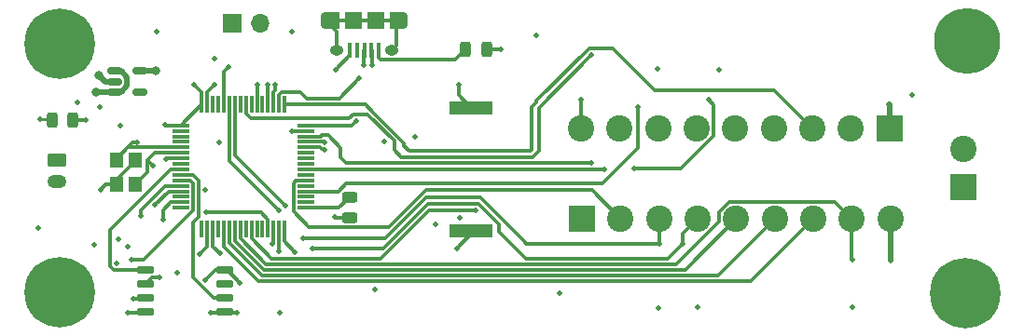
<source format=gbr>
%TF.GenerationSoftware,KiCad,Pcbnew,(6.0.1)*%
%TF.CreationDate,2022-04-25T15:24:58-05:00*%
%TF.ProjectId,Airbrake Controller,41697262-7261-46b6-9520-436f6e74726f,rev?*%
%TF.SameCoordinates,Original*%
%TF.FileFunction,Copper,L1,Top*%
%TF.FilePolarity,Positive*%
%FSLAX46Y46*%
G04 Gerber Fmt 4.6, Leading zero omitted, Abs format (unit mm)*
G04 Created by KiCad (PCBNEW (6.0.1)) date 2022-04-25 15:24:58*
%MOMM*%
%LPD*%
G01*
G04 APERTURE LIST*
G04 Aperture macros list*
%AMRoundRect*
0 Rectangle with rounded corners*
0 $1 Rounding radius*
0 $2 $3 $4 $5 $6 $7 $8 $9 X,Y pos of 4 corners*
0 Add a 4 corners polygon primitive as box body*
4,1,4,$2,$3,$4,$5,$6,$7,$8,$9,$2,$3,0*
0 Add four circle primitives for the rounded corners*
1,1,$1+$1,$2,$3*
1,1,$1+$1,$4,$5*
1,1,$1+$1,$6,$7*
1,1,$1+$1,$8,$9*
0 Add four rect primitives between the rounded corners*
20,1,$1+$1,$2,$3,$4,$5,0*
20,1,$1+$1,$4,$5,$6,$7,0*
20,1,$1+$1,$6,$7,$8,$9,0*
20,1,$1+$1,$8,$9,$2,$3,0*%
G04 Aperture macros list end*
%TA.AperFunction,ComponentPad*%
%ADD10R,2.400000X2.400000*%
%TD*%
%TA.AperFunction,ComponentPad*%
%ADD11C,2.400000*%
%TD*%
%TA.AperFunction,ComponentPad*%
%ADD12C,0.800000*%
%TD*%
%TA.AperFunction,ComponentPad*%
%ADD13C,6.400000*%
%TD*%
%TA.AperFunction,SMDPad,CuDef*%
%ADD14RoundRect,0.150000X0.650000X0.150000X-0.650000X0.150000X-0.650000X-0.150000X0.650000X-0.150000X0*%
%TD*%
%TA.AperFunction,ComponentPad*%
%ADD15R,1.700000X1.700000*%
%TD*%
%TA.AperFunction,ComponentPad*%
%ADD16O,1.700000X1.700000*%
%TD*%
%TA.AperFunction,SMDPad,CuDef*%
%ADD17RoundRect,0.243750X-0.243750X-0.456250X0.243750X-0.456250X0.243750X0.456250X-0.243750X0.456250X0*%
%TD*%
%TA.AperFunction,ComponentPad*%
%ADD18RoundRect,0.250000X-0.625000X0.350000X-0.625000X-0.350000X0.625000X-0.350000X0.625000X0.350000X0*%
%TD*%
%TA.AperFunction,ComponentPad*%
%ADD19O,1.750000X1.200000*%
%TD*%
%TA.AperFunction,SMDPad,CuDef*%
%ADD20RoundRect,0.243750X0.243750X0.456250X-0.243750X0.456250X-0.243750X-0.456250X0.243750X-0.456250X0*%
%TD*%
%TA.AperFunction,SMDPad,CuDef*%
%ADD21R,1.200000X1.400000*%
%TD*%
%TA.AperFunction,SMDPad,CuDef*%
%ADD22RoundRect,0.243750X0.456250X-0.243750X0.456250X0.243750X-0.456250X0.243750X-0.456250X-0.243750X0*%
%TD*%
%TA.AperFunction,ComponentPad*%
%ADD23C,6.000000*%
%TD*%
%TA.AperFunction,SMDPad,CuDef*%
%ADD24R,4.000000X1.200000*%
%TD*%
%TA.AperFunction,SMDPad,CuDef*%
%ADD25RoundRect,0.150000X-0.512500X-0.150000X0.512500X-0.150000X0.512500X0.150000X-0.512500X0.150000X0*%
%TD*%
%TA.AperFunction,SMDPad,CuDef*%
%ADD26RoundRect,0.075000X-0.700000X-0.075000X0.700000X-0.075000X0.700000X0.075000X-0.700000X0.075000X0*%
%TD*%
%TA.AperFunction,SMDPad,CuDef*%
%ADD27RoundRect,0.075000X-0.075000X-0.700000X0.075000X-0.700000X0.075000X0.700000X-0.075000X0.700000X0*%
%TD*%
%TA.AperFunction,SMDPad,CuDef*%
%ADD28R,0.400000X1.350000*%
%TD*%
%TA.AperFunction,SMDPad,CuDef*%
%ADD29R,1.500000X1.550000*%
%TD*%
%TA.AperFunction,ComponentPad*%
%ADD30O,0.890000X1.550000*%
%TD*%
%TA.AperFunction,SMDPad,CuDef*%
%ADD31R,1.200000X1.550000*%
%TD*%
%TA.AperFunction,ComponentPad*%
%ADD32O,1.250000X0.950000*%
%TD*%
%TA.AperFunction,ViaPad*%
%ADD33C,0.500000*%
%TD*%
%TA.AperFunction,ViaPad*%
%ADD34C,0.800000*%
%TD*%
%TA.AperFunction,Conductor*%
%ADD35C,0.500000*%
%TD*%
%TA.AperFunction,Conductor*%
%ADD36C,0.300000*%
%TD*%
%TA.AperFunction,Conductor*%
%ADD37C,0.250000*%
%TD*%
G04 APERTURE END LIST*
D10*
%TO.P,J5,1,Pin_1*%
%TO.N,GND*%
X193013074Y-103511751D03*
D11*
%TO.P,J5,2,Pin_2*%
%TO.N,+5V*%
X193013074Y-100011751D03*
%TD*%
D12*
%TO.P,H2,1*%
%TO.N,N/C*%
X108552362Y-113093895D03*
X113352362Y-113093895D03*
X112649418Y-111396839D03*
X110952362Y-110693895D03*
X110952362Y-115493895D03*
X109255306Y-111396839D03*
X112649418Y-114790951D03*
D13*
X110952362Y-113093895D03*
D12*
X109255306Y-114790951D03*
%TD*%
D14*
%TO.P,U2,1,~{CS}*%
%TO.N,Flash_CS*%
X125895922Y-114869838D03*
%TO.P,U2,2,DO(IO1)*%
%TO.N,Flash_MISO*%
X125895922Y-113599838D03*
%TO.P,U2,3,IO2*%
%TO.N,unconnected-(U2-Pad3)*%
X125895922Y-112329838D03*
%TO.P,U2,4,GND*%
%TO.N,GND*%
X125895922Y-111059838D03*
%TO.P,U2,5,DI(IO0)*%
%TO.N,Flash_MOSI*%
X118695922Y-111059838D03*
%TO.P,U2,6,CLK*%
%TO.N,Flash_SCK*%
X118695922Y-112329838D03*
%TO.P,U2,7,IO3*%
%TO.N,Net-(R6-Pad2)*%
X118695922Y-113599838D03*
%TO.P,U2,8,VCC*%
%TO.N,+3V3*%
X118695922Y-114869838D03*
%TD*%
D15*
%TO.P,J1,1,Pin_1*%
%TO.N,+3V3*%
X126618406Y-88577368D03*
D16*
%TO.P,J1,2,Pin_2*%
%TO.N,/Boot0_pulldown*%
X129158406Y-88577368D03*
%TD*%
D17*
%TO.P,D1,1,K*%
%TO.N,/LED_Reg_C*%
X110244223Y-97404776D03*
%TO.P,D1,2,A*%
%TO.N,+3V3*%
X112119223Y-97404776D03*
%TD*%
D18*
%TO.P,J2,1,Pin_1*%
%TO.N,GND*%
X110695863Y-101013057D03*
D19*
%TO.P,J2,2,Pin_2*%
%TO.N,V_Batt*%
X110695863Y-103013057D03*
%TD*%
D20*
%TO.P,D3,1,K*%
%TO.N,Net-(D3-Pad1)*%
X149686104Y-90940910D03*
%TO.P,D3,2,A*%
%TO.N,Net-(D3-Pad2)*%
X147811104Y-90940910D03*
%TD*%
D12*
%TO.P,H1,1*%
%TO.N,N/C*%
X110941341Y-88043383D03*
D13*
X110941341Y-90443383D03*
D12*
X113341341Y-90443383D03*
X110941341Y-92843383D03*
X109244285Y-88746327D03*
X112638397Y-88746327D03*
X108541341Y-90443383D03*
X112638397Y-92140439D03*
X109244285Y-92140439D03*
%TD*%
D21*
%TO.P,Y1,1,1*%
%TO.N,/OSC_IN*%
X116078198Y-101040139D03*
%TO.P,Y1,2,2*%
%TO.N,GND*%
X116078198Y-103240139D03*
%TO.P,Y1,3,3*%
%TO.N,/OSC_OUT*%
X117778198Y-103240139D03*
%TO.P,Y1,4,4*%
%TO.N,GND*%
X117778198Y-101040139D03*
%TD*%
D22*
%TO.P,D2,1,K*%
%TO.N,/Status_LEDC*%
X137239183Y-106311435D03*
%TO.P,D2,2,A*%
%TO.N,/Status_LED*%
X137239183Y-104436435D03*
%TD*%
D12*
%TO.P,H3,1*%
%TO.N,N/C*%
X194924017Y-88639387D03*
X193333027Y-92480377D03*
X195583027Y-90230377D03*
D23*
X193333027Y-90230377D03*
D12*
X191742037Y-88639387D03*
X191742037Y-91821367D03*
X193333027Y-87980377D03*
X191083027Y-90230377D03*
X194924017Y-91821367D03*
%TD*%
D24*
%TO.P,BZ1,1,-*%
%TO.N,+3V3*%
X148320374Y-107464544D03*
%TO.P,BZ1,2,+*%
%TO.N,/Buzz_NPN*%
X148320374Y-96264544D03*
%TD*%
D12*
%TO.P,H4,1*%
%TO.N,N/C*%
X190721534Y-113115426D03*
X191424478Y-114812482D03*
X194818590Y-111418370D03*
X195521534Y-113115426D03*
X191424478Y-111418370D03*
X194818590Y-114812482D03*
X193121534Y-110715426D03*
X193121534Y-115515426D03*
D13*
X193121534Y-113115426D03*
%TD*%
D25*
%TO.P,U1,1,IN*%
%TO.N,V_Reg*%
X115970080Y-92955010D03*
%TO.P,U1,2,GND*%
%TO.N,GND*%
X115970080Y-93905010D03*
%TO.P,U1,3,EN*%
%TO.N,V_Reg*%
X115970080Y-94855010D03*
%TO.P,U1,4,BP*%
%TO.N,unconnected-(U1-Pad4)*%
X118245080Y-94855010D03*
%TO.P,U1,5,OUT*%
%TO.N,+3V3*%
X118245080Y-92955010D03*
%TD*%
D26*
%TO.P,U3,1,VBAT*%
%TO.N,+3V3*%
X121928812Y-97884272D03*
%TO.P,U3,2,PC13*%
%TO.N,unconnected-(U3-Pad2)*%
X121928812Y-98384272D03*
%TO.P,U3,3,PC14*%
%TO.N,unconnected-(U3-Pad3)*%
X121928812Y-98884272D03*
%TO.P,U3,4,PC15*%
%TO.N,unconnected-(U3-Pad4)*%
X121928812Y-99384272D03*
%TO.P,U3,5,PH0*%
%TO.N,/OSC_IN*%
X121928812Y-99884272D03*
%TO.P,U3,6,PH1*%
%TO.N,/OSC_OUT*%
X121928812Y-100384272D03*
%TO.P,U3,7,NRST*%
%TO.N,/NRST*%
X121928812Y-100884272D03*
%TO.P,U3,8,PC0*%
%TO.N,unconnected-(U3-Pad8)*%
X121928812Y-101384272D03*
%TO.P,U3,9,PC1*%
%TO.N,Flash_MOSI*%
X121928812Y-101884272D03*
%TO.P,U3,10,PC2*%
%TO.N,Flash_MISO*%
X121928812Y-102384272D03*
%TO.P,U3,11,PC3*%
%TO.N,Flash_CS*%
X121928812Y-102884272D03*
%TO.P,U3,12,VSSA*%
%TO.N,GND*%
X121928812Y-103384272D03*
%TO.P,U3,13,VDDA*%
%TO.N,3V3A*%
X121928812Y-103884272D03*
%TO.P,U3,14,PA0*%
%TO.N,unconnected-(U3-Pad14)*%
X121928812Y-104384272D03*
%TO.P,U3,15,PA1*%
%TO.N,ADC_Battery*%
X121928812Y-104884272D03*
%TO.P,U3,16,PA2*%
%TO.N,unconnected-(U3-Pad16)*%
X121928812Y-105384272D03*
D27*
%TO.P,U3,17,PA3*%
%TO.N,unconnected-(U3-Pad17)*%
X123853812Y-107309272D03*
%TO.P,U3,18,VSS*%
%TO.N,GND*%
X124353812Y-107309272D03*
%TO.P,U3,19,VDD*%
%TO.N,+3V3*%
X124853812Y-107309272D03*
%TO.P,U3,20,PA4*%
%TO.N,unconnected-(U3-Pad20)*%
X125353812Y-107309272D03*
%TO.P,U3,21,PA5*%
%TO.N,Altus_SCK*%
X125853812Y-107309272D03*
%TO.P,U3,22,PA6*%
%TO.N,Altus_MISO*%
X126353812Y-107309272D03*
%TO.P,U3,23,PA7*%
%TO.N,Altus_MOSI*%
X126853812Y-107309272D03*
%TO.P,U3,24,PC4*%
%TO.N,Altus_CS*%
X127353812Y-107309272D03*
%TO.P,U3,25,PC5*%
%TO.N,unconnected-(U3-Pad25)*%
X127853812Y-107309272D03*
%TO.P,U3,26,PB0*%
%TO.N,SD_MOSI*%
X128353812Y-107309272D03*
%TO.P,U3,27,PB1*%
%TO.N,unconnected-(U3-Pad27)*%
X128853812Y-107309272D03*
%TO.P,U3,28,PB2*%
%TO.N,unconnected-(U3-Pad28)*%
X129353812Y-107309272D03*
%TO.P,U3,29,PB10*%
%TO.N,Flash_SCK*%
X129853812Y-107309272D03*
%TO.P,U3,30,VCAP_1*%
%TO.N,/VCAP*%
X130353812Y-107309272D03*
%TO.P,U3,31,VSS*%
%TO.N,GND*%
X130853812Y-107309272D03*
%TO.P,U3,32,VDD*%
%TO.N,+3V3*%
X131353812Y-107309272D03*
D26*
%TO.P,U3,33,PB12*%
%TO.N,/Status_LED*%
X133278812Y-105384272D03*
%TO.P,U3,34,PB13*%
%TO.N,unconnected-(U3-Pad34)*%
X133278812Y-104884272D03*
%TO.P,U3,35,PB14*%
%TO.N,unconnected-(U3-Pad35)*%
X133278812Y-104384272D03*
%TO.P,U3,36,PB15*%
%TO.N,Step_DIR*%
X133278812Y-103884272D03*
%TO.P,U3,37,PC6*%
%TO.N,unconnected-(U3-Pad37)*%
X133278812Y-103384272D03*
%TO.P,U3,38,PC7*%
%TO.N,Extra_Out*%
X133278812Y-102884272D03*
%TO.P,U3,39,PC8*%
%TO.N,unconnected-(U3-Pad39)*%
X133278812Y-102384272D03*
%TO.P,U3,40,PC9*%
%TO.N,Step_EN*%
X133278812Y-101884272D03*
%TO.P,U3,41,PA8*%
%TO.N,unconnected-(U3-Pad41)*%
X133278812Y-101384272D03*
%TO.P,U3,42,PA9*%
%TO.N,unconnected-(U3-Pad42)*%
X133278812Y-100884272D03*
%TO.P,U3,43,PA10*%
%TO.N,unconnected-(U3-Pad43)*%
X133278812Y-100384272D03*
%TO.P,U3,44,PA11*%
%TO.N,USB_D-*%
X133278812Y-99884272D03*
%TO.P,U3,45,PA12*%
%TO.N,USB_D+*%
X133278812Y-99384272D03*
%TO.P,U3,46,PA13*%
%TO.N,SWD_IO*%
X133278812Y-98884272D03*
%TO.P,U3,47,VSS*%
%TO.N,GND*%
X133278812Y-98384272D03*
%TO.P,U3,48,VDD*%
%TO.N,+3V3*%
X133278812Y-97884272D03*
D27*
%TO.P,U3,49,PA14*%
%TO.N,SWD_SCK*%
X131353812Y-95959272D03*
%TO.P,U3,50,PA15*%
%TO.N,Buzz_PWM*%
X130853812Y-95959272D03*
%TO.P,U3,51,PC10*%
%TO.N,SD_SCK*%
X130353812Y-95959272D03*
%TO.P,U3,52,PC11*%
%TO.N,SD_MISO*%
X129853812Y-95959272D03*
%TO.P,U3,53,PC12*%
%TO.N,unconnected-(U3-Pad53)*%
X129353812Y-95959272D03*
%TO.P,U3,54,PD2*%
%TO.N,SD_CS*%
X128853812Y-95959272D03*
%TO.P,U3,55,PB3*%
%TO.N,unconnected-(U3-Pad55)*%
X128353812Y-95959272D03*
%TO.P,U3,56,PB4*%
%TO.N,Step_PWM*%
X127853812Y-95959272D03*
%TO.P,U3,57,PB5*%
%TO.N,unconnected-(U3-Pad57)*%
X127353812Y-95959272D03*
%TO.P,U3,58,PB6*%
%TO.N,Extra_SCL*%
X126853812Y-95959272D03*
%TO.P,U3,59,PB7*%
%TO.N,Extra_SDA*%
X126353812Y-95959272D03*
%TO.P,U3,60,BOOT0*%
%TO.N,/Boot0*%
X125853812Y-95959272D03*
%TO.P,U3,61,PB8*%
%TO.N,unconnected-(U3-Pad61)*%
X125353812Y-95959272D03*
%TO.P,U3,62,PB9*%
%TO.N,unconnected-(U3-Pad62)*%
X124853812Y-95959272D03*
%TO.P,U3,63,VSS*%
%TO.N,GND*%
X124353812Y-95959272D03*
%TO.P,U3,64,VDD*%
%TO.N,+3V3*%
X123853812Y-95959272D03*
%TD*%
D28*
%TO.P,J3,1,VBUS*%
%TO.N,Net-(D3-Pad2)*%
X139912258Y-91059857D03*
%TO.P,J3,2,D-*%
%TO.N,USB_D-*%
X139262258Y-91059857D03*
%TO.P,J3,3,D+*%
%TO.N,USB_D+*%
X138612258Y-91059857D03*
%TO.P,J3,4,ID*%
%TO.N,unconnected-(J3-Pad4)*%
X137962258Y-91059857D03*
%TO.P,J3,5,GND*%
%TO.N,GND*%
X137312258Y-91059857D03*
D29*
%TO.P,J3,6,Shield*%
%TO.N,unconnected-(J3-Pad6)*%
X139612258Y-88359857D03*
D30*
X142112258Y-88359857D03*
D31*
X135712258Y-88359857D03*
X141512258Y-88359857D03*
D32*
X136112258Y-91059857D03*
X141112258Y-91059857D03*
D29*
X137612258Y-88359857D03*
D30*
X135112258Y-88359857D03*
%TD*%
D10*
%TO.P,J7,1,Pin_1*%
%TO.N,GND*%
X158361601Y-106389591D03*
D11*
%TO.P,J7,2,Pin_2*%
%TO.N,Extra_Out*%
X161861601Y-106389591D03*
%TO.P,J7,3,Pin_3*%
%TO.N,Extra_SDA*%
X165361601Y-106389591D03*
%TO.P,J7,4,Pin_4*%
%TO.N,Extra_SCL*%
X168861601Y-106389591D03*
%TO.P,J7,5,Pin_5*%
%TO.N,Altus_MOSI*%
X172361601Y-106389591D03*
%TO.P,J7,6,Pin_6*%
%TO.N,Altus_MISO*%
X175861601Y-106389591D03*
%TO.P,J7,7,Pin_7*%
%TO.N,Altus_SCK*%
X179361601Y-106389591D03*
%TO.P,J7,8,Pin_8*%
%TO.N,Altus_CS*%
X182861601Y-106389591D03*
%TO.P,J7,9,Pin_9*%
%TO.N,+3V3*%
X186361601Y-106389591D03*
%TD*%
D10*
%TO.P,J6,1,Pin_1*%
%TO.N,+3V3*%
X186268636Y-98185760D03*
D11*
%TO.P,J6,2,Pin_2*%
%TO.N,SWD_IO*%
X182768636Y-98185760D03*
%TO.P,J6,3,Pin_3*%
%TO.N,SWD_SCK*%
X179268636Y-98185760D03*
%TO.P,J6,4,Pin_4*%
%TO.N,V_Reg*%
X175768636Y-98185760D03*
%TO.P,J6,5,Pin_5*%
%TO.N,V_Batt*%
X172268636Y-98185760D03*
%TO.P,J6,6,Pin_6*%
%TO.N,Step_EnConn*%
X168768636Y-98185760D03*
%TO.P,J6,7,Pin_7*%
%TO.N,Step_DirConn*%
X165268636Y-98185760D03*
%TO.P,J6,8,Pin_8*%
%TO.N,Step_PWMConn*%
X161768636Y-98185760D03*
%TO.P,J6,9,Pin_9*%
%TO.N,GND*%
X158268636Y-98185760D03*
%TD*%
D33*
%TO.N,+3V3*%
X165307949Y-114462079D03*
X168872947Y-114377198D03*
X132312892Y-109390327D03*
X186355941Y-110215237D03*
X147235532Y-106302131D03*
X117104492Y-114909528D03*
X182924856Y-114446396D03*
X125491434Y-109529481D03*
X130904817Y-114889230D03*
X137828517Y-97498486D03*
X186231217Y-95919453D03*
X120488250Y-97843799D03*
X116115833Y-110440947D03*
D34*
X119627885Y-92944194D03*
D33*
X113291646Y-97406674D03*
X147007781Y-109055856D03*
X123156799Y-94177981D03*
X114055444Y-108749584D03*
%TO.N,/Buzz_NPN*%
X147179259Y-94177981D03*
%TO.N,GND*%
X114659178Y-103712557D03*
X135989899Y-92811316D03*
X188298311Y-95115817D03*
X158245985Y-95576981D03*
X165193430Y-92782836D03*
X154199647Y-89691948D03*
X130840847Y-109308546D03*
X118285822Y-106120073D03*
X125426609Y-99469377D03*
X132060514Y-89393618D03*
X121608119Y-111285680D03*
X170778517Y-92799863D03*
X132023848Y-98397552D03*
X125022533Y-91779760D03*
X109012454Y-107255804D03*
X156309079Y-113186655D03*
X112534907Y-95755608D03*
X125022965Y-94177981D03*
X140448347Y-99343374D03*
X119740615Y-89385853D03*
X123674899Y-109566178D03*
X114615689Y-96228622D03*
X117141916Y-108949442D03*
X145029475Y-106843140D03*
X127324689Y-112217370D03*
X139545764Y-112776634D03*
X116471763Y-97873551D03*
X143235854Y-98893075D03*
X116281365Y-108226213D03*
X124190046Y-111994652D03*
D34*
X114494129Y-93301325D03*
D33*
X124169314Y-103712557D03*
D34*
%TO.N,V_Reg*%
X114226300Y-94877481D03*
D33*
%TO.N,/NRST*%
X120591503Y-100986192D03*
%TO.N,/OSC_IN*%
X117958881Y-99435463D03*
%TO.N,/OSC_OUT*%
X119446816Y-101535101D03*
%TO.N,/VCAP*%
X130254312Y-108681072D03*
%TO.N,3V3A*%
X119622068Y-105144737D03*
%TO.N,/LED_Reg_C*%
X109166281Y-97352213D03*
%TO.N,/Status_LEDC*%
X135922972Y-106204839D03*
%TO.N,Net-(D3-Pad1)*%
X150969272Y-90936241D03*
%TO.N,USB_D-*%
X139279527Y-92432454D03*
X134952070Y-100090042D03*
%TO.N,USB_D+*%
X138580522Y-92406076D03*
X134952070Y-99390539D03*
%TO.N,SWD_IO*%
X159224709Y-101284772D03*
%TO.N,Extra_SDA*%
X165350389Y-108656225D03*
X133071492Y-108167828D03*
X130849421Y-105588182D03*
%TO.N,Extra_SCL*%
X133910407Y-109083214D03*
X167497876Y-108664713D03*
X131474576Y-105218363D03*
%TO.N,Altus_CS*%
X182932969Y-110119083D03*
%TO.N,Step_EN*%
X169859021Y-95576981D03*
X163134226Y-101800799D03*
X160412620Y-101872420D03*
%TO.N,Step_DIR*%
X163457612Y-96211860D03*
%TO.N,Step_PWM*%
X159242546Y-91471582D03*
%TO.N,Flash_CS*%
X124646312Y-114885343D03*
X127020858Y-114889230D03*
X117429822Y-110108349D03*
%TO.N,Buzz_PWM*%
X138126613Y-93624766D03*
%TO.N,ADC_Battery*%
X120329045Y-106471116D03*
%TO.N,Net-(R6-Pad2)*%
X117629800Y-113616355D03*
%TO.N,/Boot0*%
X126298586Y-92569380D03*
%TO.N,Flash_SCK*%
X120043456Y-111711423D03*
X124239450Y-105813996D03*
%TO.N,SD_MOSI*%
X148676247Y-105615992D03*
%TO.N,SD_SCK*%
X130529620Y-94177981D03*
%TO.N,SD_MISO*%
X129824237Y-94177981D03*
%TO.N,SD_CS*%
X128888982Y-94177981D03*
%TD*%
D35*
%TO.N,+3V3*%
X186268636Y-98185760D02*
X186268636Y-95956872D01*
X186268636Y-95956872D02*
X186231217Y-95919453D01*
D36*
X148320374Y-107743263D02*
X147007781Y-109055856D01*
D35*
X119617069Y-92955010D02*
X119627885Y-92944194D01*
D36*
X118656232Y-114909528D02*
X118695922Y-114869838D01*
X121928812Y-97884272D02*
X123853812Y-95959272D01*
X112119223Y-97404776D02*
X113289748Y-97404776D01*
X124853812Y-107309272D02*
X124853812Y-108891859D01*
X131353812Y-107309272D02*
X131353812Y-108431247D01*
X117104492Y-114909528D02*
X118656232Y-114909528D01*
D35*
X186361601Y-106389591D02*
X186361601Y-110209577D01*
D36*
X148320374Y-107464544D02*
X148320374Y-107743263D01*
X137442731Y-97884272D02*
X137828517Y-97498486D01*
X120528723Y-97884272D02*
X120488250Y-97843799D01*
X133278812Y-97884272D02*
X137442731Y-97884272D01*
X123853812Y-95959272D02*
X123853812Y-94874994D01*
D35*
X118245080Y-92955010D02*
X119617069Y-92955010D01*
D36*
X123853812Y-94874994D02*
X123156799Y-94177981D01*
X131353812Y-108431247D02*
X132312892Y-109390327D01*
X121928812Y-97884272D02*
X120528723Y-97884272D01*
X124853812Y-108891859D02*
X125491434Y-109529481D01*
X113289748Y-97404776D02*
X113291646Y-97406674D01*
X186361601Y-110209577D02*
X186355941Y-110215237D01*
%TO.N,/Buzz_NPN*%
X147179259Y-94177981D02*
X147179259Y-95123429D01*
X147179259Y-95123429D02*
X148320374Y-96264544D01*
%TO.N,GND*%
X130840847Y-109308546D02*
X130853812Y-109295581D01*
X137312258Y-91059857D02*
X137312258Y-91488957D01*
X126167157Y-111059838D02*
X125895922Y-111059838D01*
X125124860Y-111059838D02*
X124190046Y-111994652D01*
X124353812Y-108887265D02*
X124353812Y-107309272D01*
X127324689Y-112217370D02*
X126167157Y-111059838D01*
X117778198Y-101140139D02*
X116078198Y-102840139D01*
X130853812Y-109295581D02*
X130853812Y-107309272D01*
X133278812Y-98384272D02*
X132037128Y-98384272D01*
X116078198Y-103240139D02*
X115131596Y-103240139D01*
X137312258Y-91488957D02*
X135989899Y-92811316D01*
X120534695Y-103384272D02*
X118285822Y-105633145D01*
X158245985Y-98163109D02*
X158268636Y-98185760D01*
D35*
X115097814Y-93905010D02*
X114494129Y-93301325D01*
D36*
X121928812Y-103384272D02*
X120534695Y-103384272D01*
X158245985Y-95576981D02*
X158245985Y-98163109D01*
X124353812Y-94847134D02*
X125022965Y-94177981D01*
X116078198Y-102840139D02*
X116078198Y-103240139D01*
X123674899Y-109566178D02*
X124353812Y-108887265D01*
X132037128Y-98384272D02*
X132023848Y-98397552D01*
X115131596Y-103240139D02*
X114659178Y-103712557D01*
X117778198Y-101040139D02*
X117778198Y-101140139D01*
X124353812Y-95959272D02*
X124353812Y-94847134D01*
X125895922Y-111059838D02*
X125124860Y-111059838D01*
X118285822Y-105633145D02*
X118285822Y-106120073D01*
D35*
X115970080Y-93905010D02*
X115097814Y-93905010D01*
%TO.N,V_Reg*%
X115970080Y-94855010D02*
X116530429Y-94855010D01*
X117082100Y-93505563D02*
X116531547Y-92955010D01*
X115947609Y-94877481D02*
X115970080Y-94855010D01*
X116530429Y-94855010D02*
X117082100Y-94303339D01*
X114226300Y-94877481D02*
X115947609Y-94877481D01*
X116531547Y-92955010D02*
X115970080Y-92955010D01*
X117082100Y-94303339D02*
X117082100Y-93505563D01*
D36*
%TO.N,/NRST*%
X120591503Y-100986192D02*
X120693423Y-100884272D01*
X120693423Y-100884272D02*
X121928812Y-100884272D01*
%TO.N,/OSC_IN*%
X117958881Y-99435463D02*
X117582874Y-99435463D01*
X116078198Y-101040139D02*
X116078198Y-100940139D01*
X116078198Y-100940139D02*
X117134065Y-99884272D01*
X117582874Y-99435463D02*
X117134065Y-99884272D01*
X117134065Y-99884272D02*
X121928812Y-99884272D01*
%TO.N,/OSC_OUT*%
X119576738Y-100384272D02*
X121928812Y-100384272D01*
X118938842Y-102139355D02*
X118938842Y-101022168D01*
X117838058Y-103240139D02*
X118938842Y-102139355D01*
X118938842Y-101027127D02*
X118938842Y-101022168D01*
X117778198Y-103240139D02*
X117838058Y-103240139D01*
X119446816Y-101535101D02*
X118938842Y-101027127D01*
X118938842Y-101022168D02*
X119576738Y-100384272D01*
%TO.N,/VCAP*%
X130254312Y-108681072D02*
X130353812Y-108581572D01*
X130353812Y-108581572D02*
X130353812Y-107309272D01*
%TO.N,3V3A*%
X120882533Y-103884272D02*
X119622068Y-105144737D01*
X121928812Y-103884272D02*
X120882533Y-103884272D01*
D37*
%TO.N,/LED_Reg_C*%
X109166281Y-97352213D02*
X110191660Y-97352213D01*
D35*
X110191660Y-97352213D02*
X110244223Y-97404776D01*
D36*
%TO.N,/Status_LEDC*%
X136029568Y-106311435D02*
X135922972Y-106204839D01*
X137239183Y-106311435D02*
X136029568Y-106311435D01*
%TO.N,/Status_LED*%
X136291346Y-105384272D02*
X133278812Y-105384272D01*
X137239183Y-104436435D02*
X136291346Y-105384272D01*
%TO.N,Net-(D3-Pad1)*%
X150969272Y-90936241D02*
X149690773Y-90936241D01*
X149690773Y-90936241D02*
X149686104Y-90940910D01*
%TO.N,Net-(D3-Pad2)*%
X140072697Y-91884377D02*
X139912258Y-91723938D01*
X139912258Y-91723938D02*
X139912258Y-91059857D01*
X146867637Y-91884377D02*
X140072697Y-91884377D01*
X147811104Y-90940910D02*
X146867637Y-91884377D01*
%TO.N,USB_D-*%
X134597965Y-99884272D02*
X134703743Y-99990050D01*
X133278812Y-99884272D02*
X134597965Y-99884272D01*
X134852078Y-99990050D02*
X134952070Y-100090042D01*
X134703743Y-99990050D02*
X134852078Y-99990050D01*
X139279527Y-91077126D02*
X139262258Y-91059857D01*
X139279527Y-92432454D02*
X139279527Y-91077126D01*
%TO.N,USB_D+*%
X133278812Y-99384272D02*
X134945803Y-99384272D01*
X138580522Y-92406076D02*
X138580522Y-91091593D01*
X138580522Y-91091593D02*
X138612258Y-91059857D01*
X134945803Y-99384272D02*
X134952070Y-99390539D01*
%TO.N,unconnected-(J3-Pad6)*%
X136112258Y-89359857D02*
X135112258Y-88359857D01*
X135112258Y-88359857D02*
X141512258Y-88359857D01*
X141512258Y-88359857D02*
X141512258Y-90659857D01*
X136112258Y-91059857D02*
X136112258Y-89359857D01*
X141512258Y-90659857D02*
X141112258Y-91059857D01*
%TO.N,SWD_IO*%
X134610499Y-98884272D02*
X134703743Y-98791028D01*
X133278812Y-98884272D02*
X134610499Y-98884272D01*
X136461184Y-99904236D02*
X136461184Y-100794052D01*
X134703743Y-98791028D02*
X135347976Y-98791028D01*
X136951904Y-101284772D02*
X159224709Y-101284772D01*
X136461184Y-100794052D02*
X136951904Y-101284772D01*
X135347976Y-98791028D02*
X136461184Y-99904236D01*
%TO.N,SWD_SCK*%
X153782689Y-96225011D02*
X154219029Y-95788672D01*
X142200062Y-99737700D02*
X142692415Y-100230053D01*
X138683290Y-95959272D02*
X139416085Y-96692068D01*
X164966935Y-94724598D02*
X175807474Y-94724598D01*
X153683006Y-100230053D02*
X153782689Y-100130370D01*
X142692415Y-100230053D02*
X153683006Y-100230053D01*
X161114408Y-90872071D02*
X164966935Y-94724598D01*
X175807474Y-94724598D02*
X179268636Y-98185760D01*
X154219029Y-95788672D02*
X154219029Y-95647261D01*
X142200062Y-99476045D02*
X142200062Y-99737700D01*
X153782689Y-100130370D02*
X153782689Y-96225011D01*
X139416085Y-96692068D02*
X142200062Y-99476045D01*
X131353812Y-95959272D02*
X138683290Y-95959272D01*
X154219029Y-95647261D02*
X158994219Y-90872071D01*
X158994219Y-90872071D02*
X161114408Y-90872071D01*
%TO.N,Extra_Out*%
X132154292Y-103133431D02*
X132154292Y-105725780D01*
X133278812Y-102884272D02*
X132403451Y-102884272D01*
X140831932Y-107148455D02*
X144203537Y-103776850D01*
X132403451Y-102884272D02*
X132154292Y-103133431D01*
X132154292Y-105725780D02*
X133576967Y-107148455D01*
X159248860Y-103776850D02*
X161861601Y-106389591D01*
X144203537Y-103776850D02*
X159248860Y-103776850D01*
X133576967Y-107148455D02*
X140831932Y-107148455D01*
%TO.N,Extra_SDA*%
X133071492Y-108167828D02*
X140518987Y-108167828D01*
X149102547Y-104438835D02*
X151239586Y-106575873D01*
X165350389Y-106400803D02*
X165361601Y-106389591D01*
X144247980Y-104438835D02*
X146914739Y-104438835D01*
X146914739Y-104438835D02*
X149102547Y-104438835D01*
X165350389Y-108656225D02*
X153319938Y-108656225D01*
X140518987Y-108167828D02*
X144247980Y-104438835D01*
X126353812Y-101092573D02*
X130849421Y-105588182D01*
X165350389Y-108656225D02*
X165350389Y-106400803D01*
X151239586Y-106575873D02*
X153078541Y-108414828D01*
X126353812Y-95959272D02*
X126353812Y-101092573D01*
X153319938Y-108656225D02*
X153078541Y-108414828D01*
%TO.N,Extra_SCL*%
X140310029Y-109083214D02*
X144376762Y-105016481D01*
X150848060Y-107580384D02*
X153267062Y-109999386D01*
X126853812Y-100597599D02*
X131474576Y-105218363D01*
X126853812Y-95959272D02*
X126853812Y-100597599D01*
X144376762Y-105016481D02*
X148973766Y-105016481D01*
X167497876Y-107753316D02*
X168861601Y-106389591D01*
X133910407Y-109083214D02*
X140310029Y-109083214D01*
X166172688Y-109999386D02*
X167497876Y-108674198D01*
X167497876Y-108674198D02*
X167497876Y-108664713D01*
X153267062Y-109999386D02*
X166172688Y-109999386D01*
X167497876Y-108664713D02*
X167497876Y-107753316D01*
X148973766Y-105016481D02*
X150848060Y-106890775D01*
X150848060Y-106890775D02*
X150848060Y-107580384D01*
%TO.N,Altus_MOSI*%
X129467531Y-111004779D02*
X167746413Y-111004779D01*
X126853812Y-108391060D02*
X129467531Y-111004779D01*
X167746413Y-111004779D02*
X172361601Y-106389591D01*
X126853812Y-107309272D02*
X126853812Y-108391060D01*
%TO.N,Altus_MISO*%
X129290036Y-111533711D02*
X170717481Y-111533711D01*
X126353812Y-108597487D02*
X129290036Y-111533711D01*
X170717481Y-111533711D02*
X175861601Y-106389591D01*
X126353812Y-107309272D02*
X126353812Y-108597487D01*
%TO.N,Altus_SCK*%
X173717961Y-112033231D02*
X128950966Y-112033231D01*
X179361601Y-106389591D02*
X173717961Y-112033231D01*
X128950966Y-112033231D02*
X125853812Y-108936077D01*
X125853812Y-108936077D02*
X125853812Y-107309272D01*
%TO.N,Altus_CS*%
X166943627Y-110498906D02*
X170812090Y-106630443D01*
X170812090Y-105742416D02*
X171714426Y-104840080D01*
X171714426Y-104840080D02*
X181312090Y-104840080D01*
X182861601Y-106389591D02*
X182861601Y-110047715D01*
X129668085Y-110498906D02*
X166943627Y-110498906D01*
X127353812Y-107309272D02*
X127353812Y-108184633D01*
X181312090Y-104840080D02*
X182861601Y-106389591D01*
X182861601Y-110047715D02*
X182932969Y-110119083D01*
X170812090Y-106630443D02*
X170812090Y-105742416D01*
X127353812Y-108184633D02*
X129668085Y-110498906D01*
%TO.N,Step_EN*%
X170318147Y-98827590D02*
X170318147Y-96036107D01*
X170318147Y-96036107D02*
X169859021Y-95576981D01*
X167344938Y-101800799D02*
X170318147Y-98827590D01*
X163134226Y-101800799D02*
X167344938Y-101800799D01*
X160400768Y-101884272D02*
X160412620Y-101872420D01*
X133278812Y-101884272D02*
X160400768Y-101884272D01*
%TO.N,Step_DIR*%
X136939806Y-103196802D02*
X160188893Y-103196802D01*
X133278812Y-103884272D02*
X136252336Y-103884272D01*
X163457612Y-99928083D02*
X163457612Y-96211860D01*
X136252336Y-103884272D02*
X136939806Y-103196802D01*
X160188893Y-103196802D02*
X163457612Y-99928083D01*
%TO.N,Step_PWM*%
X127853812Y-96834633D02*
X128269338Y-97250159D01*
X138916565Y-96898975D02*
X141315086Y-99297496D01*
X154425936Y-96288192D02*
X154425936Y-100193551D01*
X137580190Y-96898975D02*
X138916565Y-96898975D01*
X154425936Y-96288192D02*
X159242546Y-91471582D01*
X127853812Y-95959272D02*
X127853812Y-96834633D01*
X141315086Y-99297496D02*
X141315086Y-100137761D01*
X153834235Y-100785252D02*
X141962577Y-100785252D01*
X137229006Y-97250159D02*
X137580190Y-96898975D01*
X154425936Y-100193551D02*
X153834235Y-100785252D01*
X141315086Y-100137761D02*
X141962577Y-100785252D01*
X128269338Y-97250159D02*
X137229006Y-97250159D01*
%TO.N,Flash_CS*%
X123053332Y-103133431D02*
X123053332Y-105635113D01*
X125880417Y-114885343D02*
X125895922Y-114869838D01*
X121928812Y-102884272D02*
X122804173Y-102884272D01*
X125915314Y-114889230D02*
X125895922Y-114869838D01*
X118580096Y-110108349D02*
X117429822Y-110108349D01*
X124646312Y-114885343D02*
X125880417Y-114885343D01*
X123053332Y-105635113D02*
X118580096Y-110108349D01*
X122804173Y-102884272D02*
X123053332Y-103133431D01*
X127020858Y-114889230D02*
X125915314Y-114889230D01*
%TO.N,Buzz_PWM*%
X132814839Y-94834752D02*
X133415248Y-95435161D01*
X136316218Y-95435161D02*
X138126613Y-93624766D01*
X130853812Y-95959272D02*
X130853812Y-95083911D01*
X130853812Y-95083911D02*
X131102971Y-94834752D01*
X131102971Y-94834752D02*
X132814839Y-94834752D01*
X133415248Y-95435161D02*
X136316218Y-95435161D01*
%TO.N,ADC_Battery*%
X121928812Y-104884272D02*
X121053451Y-104884272D01*
X120329045Y-105608678D02*
X120329045Y-106471116D01*
X121053451Y-104884272D02*
X120329045Y-105608678D01*
%TO.N,Net-(R6-Pad2)*%
X117629800Y-113616355D02*
X118679405Y-113616355D01*
X118679405Y-113616355D02*
X118695922Y-113599838D01*
%TO.N,/Boot0*%
X125853812Y-95959272D02*
X125853812Y-93014154D01*
X125853812Y-93014154D02*
X126298586Y-92569380D01*
%TO.N,Flash_MISO*%
X123075388Y-106681135D02*
X123075388Y-111732089D01*
X123559456Y-106197067D02*
X123075388Y-106681135D01*
X123075388Y-111732089D02*
X124943137Y-113599838D01*
X124943137Y-113599838D02*
X125895922Y-113599838D01*
X123010601Y-102384272D02*
X123559456Y-102933127D01*
X123559456Y-102933127D02*
X123559456Y-106197067D01*
X121928812Y-102384272D02*
X123010601Y-102384272D01*
%TO.N,Flash_MOSI*%
X115516322Y-110703133D02*
X115873027Y-111059838D01*
X115516322Y-107421401D02*
X115516322Y-110703133D01*
X121928812Y-101884272D02*
X121053451Y-101884272D01*
X121053451Y-101884272D02*
X115516322Y-107421401D01*
X115873027Y-111059838D02*
X118695922Y-111059838D01*
%TO.N,Flash_SCK*%
X119314337Y-111711423D02*
X118695922Y-112329838D01*
X120043456Y-111711423D02*
X119314337Y-111711423D01*
X129853812Y-106433911D02*
X129233897Y-105813996D01*
X129233897Y-105813996D02*
X124239450Y-105813996D01*
X129853812Y-107309272D02*
X129853812Y-106433911D01*
%TO.N,SD_MOSI*%
X128353812Y-107309272D02*
X128353812Y-108184633D01*
X144483679Y-105615992D02*
X148676247Y-105615992D01*
X128353812Y-108184633D02*
X130163404Y-109994225D01*
X130163404Y-109994225D02*
X140105446Y-109994225D01*
X140105446Y-109994225D02*
X144483679Y-105615992D01*
%TO.N,SD_SCK*%
X130353812Y-94877483D02*
X130353812Y-95959272D01*
X130529620Y-94701675D02*
X130353812Y-94877483D01*
X130529620Y-94177981D02*
X130529620Y-94701675D01*
%TO.N,SD_MISO*%
X129853812Y-94207556D02*
X129824237Y-94177981D01*
X129853812Y-95959272D02*
X129853812Y-94207556D01*
%TO.N,SD_CS*%
X128888982Y-94177981D02*
X128853812Y-94213151D01*
X128853812Y-94213151D02*
X128853812Y-95959272D01*
%TD*%
M02*

</source>
